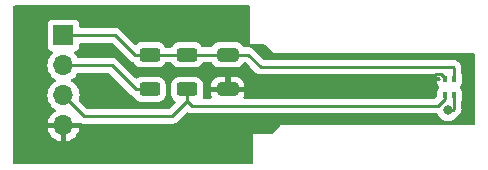
<source format=gbr>
%TF.GenerationSoftware,KiCad,Pcbnew,7.0.6-7.0.6~ubuntu22.04.1*%
%TF.CreationDate,2023-08-14T10:47:39+02:00*%
%TF.ProjectId,SHT45,53485434-352e-46b6-9963-61645f706362,rev?*%
%TF.SameCoordinates,Original*%
%TF.FileFunction,Copper,L1,Top*%
%TF.FilePolarity,Positive*%
%FSLAX46Y46*%
G04 Gerber Fmt 4.6, Leading zero omitted, Abs format (unit mm)*
G04 Created by KiCad (PCBNEW 7.0.6-7.0.6~ubuntu22.04.1) date 2023-08-14 10:47:39*
%MOMM*%
%LPD*%
G01*
G04 APERTURE LIST*
G04 Aperture macros list*
%AMRoundRect*
0 Rectangle with rounded corners*
0 $1 Rounding radius*
0 $2 $3 $4 $5 $6 $7 $8 $9 X,Y pos of 4 corners*
0 Add a 4 corners polygon primitive as box body*
4,1,4,$2,$3,$4,$5,$6,$7,$8,$9,$2,$3,0*
0 Add four circle primitives for the rounded corners*
1,1,$1+$1,$2,$3*
1,1,$1+$1,$4,$5*
1,1,$1+$1,$6,$7*
1,1,$1+$1,$8,$9*
0 Add four rect primitives between the rounded corners*
20,1,$1+$1,$2,$3,$4,$5,0*
20,1,$1+$1,$4,$5,$6,$7,0*
20,1,$1+$1,$6,$7,$8,$9,0*
20,1,$1+$1,$8,$9,$2,$3,0*%
G04 Aperture macros list end*
%TA.AperFunction,SMDPad,CuDef*%
%ADD10RoundRect,0.250000X-0.650000X0.325000X-0.650000X-0.325000X0.650000X-0.325000X0.650000X0.325000X0*%
%TD*%
%TA.AperFunction,SMDPad,CuDef*%
%ADD11RoundRect,0.250000X-0.625000X0.312500X-0.625000X-0.312500X0.625000X-0.312500X0.625000X0.312500X0*%
%TD*%
%TA.AperFunction,ComponentPad*%
%ADD12R,1.700000X1.700000*%
%TD*%
%TA.AperFunction,ComponentPad*%
%ADD13O,1.700000X1.700000*%
%TD*%
%TA.AperFunction,SMDPad,CuDef*%
%ADD14R,0.300000X0.500000*%
%TD*%
%TA.AperFunction,ViaPad*%
%ADD15C,0.800000*%
%TD*%
%TA.AperFunction,Conductor*%
%ADD16C,0.250000*%
%TD*%
G04 APERTURE END LIST*
D10*
%TO.P,100nF,1*%
%TO.N,+3.3V*%
X141605000Y-79854000D03*
%TO.P,100nF,2*%
%TO.N,GND*%
X141605000Y-82804000D03*
%TD*%
D11*
%TO.P,10k,1*%
%TO.N,+3.3V*%
X135001000Y-79879000D03*
%TO.P,10k,2*%
%TO.N,/SCL*%
X135001000Y-82804000D03*
%TD*%
D12*
%TO.P,J1,1,Pin_1*%
%TO.N,+3.3V*%
X127711000Y-78232000D03*
D13*
%TO.P,J1,2,Pin_2*%
%TO.N,/SCL*%
X127711000Y-80772000D03*
%TO.P,J1,3,Pin_3*%
%TO.N,/SDA*%
X127711000Y-83312000D03*
%TO.P,J1,4,Pin_4*%
%TO.N,GND*%
X127711000Y-85852000D03*
%TD*%
D11*
%TO.P,10k,1*%
%TO.N,+3.3V*%
X138176000Y-79879000D03*
%TO.P,10k,2*%
%TO.N,/SDA*%
X138176000Y-82804000D03*
%TD*%
D14*
%TO.P,SHT45,1,SDA*%
%TO.N,/SDA*%
X159982000Y-83312000D03*
%TO.P,SHT45,2,SCL*%
%TO.N,/SCL*%
X160782000Y-83312000D03*
%TO.P,SHT45,3,VDD*%
%TO.N,+3.3V*%
X160782000Y-81912000D03*
%TO.P,SHT45,4,VSS*%
%TO.N,GND*%
X159982000Y-81912000D03*
%TD*%
D15*
%TO.N,GND*%
X151130000Y-82550000D03*
X130048000Y-83566000D03*
%TO.N,/SCL*%
X160274000Y-84582000D03*
%TD*%
D16*
%TO.N,+3.3V*%
X138201000Y-79854000D02*
X138176000Y-79879000D01*
X160655000Y-80899000D02*
X144399000Y-80899000D01*
X143354000Y-79854000D02*
X141605000Y-79854000D01*
X160782000Y-81026000D02*
X160655000Y-80899000D01*
X141605000Y-79854000D02*
X138201000Y-79854000D01*
X132080000Y-78232000D02*
X127711000Y-78232000D01*
X133727000Y-79879000D02*
X132080000Y-78232000D01*
X138176000Y-79879000D02*
X135001000Y-79879000D01*
X144399000Y-80899000D02*
X143354000Y-79854000D01*
X160782000Y-81912000D02*
X160782000Y-81026000D01*
X135001000Y-79879000D02*
X133727000Y-79879000D01*
%TO.N,GND*%
X159982000Y-81912000D02*
X159982000Y-81835222D01*
X159680778Y-81534000D02*
X159258000Y-81534000D01*
X159982000Y-81812000D02*
X159982000Y-81912000D01*
X159982000Y-81835222D02*
X159680778Y-81534000D01*
X159258000Y-81534000D02*
X158877000Y-81915000D01*
%TO.N,/SCL*%
X135001000Y-82804000D02*
X133858000Y-82804000D01*
X133858000Y-82804000D02*
X131826000Y-80772000D01*
X131826000Y-80772000D02*
X127711000Y-80772000D01*
X160782000Y-84455000D02*
X160655000Y-84582000D01*
X160655000Y-84582000D02*
X160274000Y-84582000D01*
X160782000Y-83947000D02*
X160782000Y-84455000D01*
X160782000Y-83312000D02*
X160782000Y-83947000D01*
%TO.N,/SDA*%
X159982000Y-83604000D02*
X159385000Y-84201000D01*
X138176000Y-83820000D02*
X136906000Y-85090000D01*
X129489000Y-85090000D02*
X127711000Y-83312000D01*
X138176000Y-83820000D02*
X138176000Y-82804000D01*
X138557000Y-84201000D02*
X138176000Y-83820000D01*
X136906000Y-85090000D02*
X129489000Y-85090000D01*
X159385000Y-84201000D02*
X138557000Y-84201000D01*
X138303000Y-82931000D02*
X138176000Y-82804000D01*
X159982000Y-83312000D02*
X159982000Y-83604000D01*
%TD*%
%TA.AperFunction,Conductor*%
%TO.N,GND*%
G36*
X131836587Y-78877185D02*
G01*
X131857229Y-78893819D01*
X133226194Y-80262784D01*
X133236019Y-80275048D01*
X133236240Y-80274866D01*
X133241210Y-80280873D01*
X133241213Y-80280876D01*
X133241214Y-80280877D01*
X133291651Y-80328241D01*
X133312530Y-80349120D01*
X133318004Y-80353366D01*
X133322442Y-80357156D01*
X133356418Y-80389062D01*
X133356422Y-80389064D01*
X133373973Y-80398713D01*
X133390231Y-80409392D01*
X133406064Y-80421674D01*
X133422717Y-80428880D01*
X133448837Y-80440183D01*
X133454081Y-80442752D01*
X133494908Y-80465197D01*
X133514312Y-80470179D01*
X133532710Y-80476478D01*
X133551105Y-80484438D01*
X133597129Y-80491726D01*
X133602832Y-80492907D01*
X133646232Y-80504051D01*
X133706269Y-80539790D01*
X133720930Y-80559057D01*
X133783288Y-80660156D01*
X133907344Y-80784212D01*
X134056666Y-80876314D01*
X134223203Y-80931499D01*
X134325991Y-80942000D01*
X135676008Y-80941999D01*
X135778797Y-80931499D01*
X135945334Y-80876314D01*
X136094656Y-80784212D01*
X136218712Y-80660156D01*
X136278389Y-80563402D01*
X136330337Y-80516679D01*
X136383928Y-80504500D01*
X136793072Y-80504500D01*
X136860111Y-80524185D01*
X136898609Y-80563401D01*
X136958288Y-80660156D01*
X137082344Y-80784212D01*
X137231666Y-80876314D01*
X137398203Y-80931499D01*
X137500991Y-80942000D01*
X138851008Y-80941999D01*
X138953797Y-80931499D01*
X139120334Y-80876314D01*
X139269656Y-80784212D01*
X139393712Y-80660156D01*
X139468809Y-80538402D01*
X139520757Y-80491679D01*
X139574348Y-80479500D01*
X140189362Y-80479500D01*
X140256401Y-80499185D01*
X140294899Y-80538401D01*
X140362288Y-80647656D01*
X140486344Y-80771712D01*
X140635666Y-80863814D01*
X140802203Y-80918999D01*
X140904991Y-80929500D01*
X142305008Y-80929499D01*
X142407797Y-80918999D01*
X142574334Y-80863814D01*
X142723656Y-80771712D01*
X142847712Y-80647656D01*
X142915099Y-80538402D01*
X142967047Y-80491679D01*
X143020638Y-80479500D01*
X143043548Y-80479500D01*
X143110587Y-80499185D01*
X143131228Y-80515818D01*
X143523553Y-80908144D01*
X143898197Y-81282788D01*
X143908022Y-81295051D01*
X143908243Y-81294869D01*
X143913214Y-81300878D01*
X143939217Y-81325295D01*
X143963635Y-81348226D01*
X143984529Y-81369120D01*
X143990011Y-81373373D01*
X143994443Y-81377157D01*
X144028418Y-81409062D01*
X144045976Y-81418714D01*
X144062235Y-81429395D01*
X144078064Y-81441673D01*
X144120838Y-81460182D01*
X144126056Y-81462738D01*
X144166908Y-81485197D01*
X144186316Y-81490180D01*
X144204717Y-81496480D01*
X144223104Y-81504437D01*
X144266488Y-81511308D01*
X144269119Y-81511725D01*
X144274839Y-81512909D01*
X144319981Y-81524500D01*
X144340016Y-81524500D01*
X144359414Y-81526026D01*
X144379194Y-81529159D01*
X144379195Y-81529160D01*
X144379195Y-81529159D01*
X144379196Y-81529160D01*
X144425583Y-81524775D01*
X144431422Y-81524500D01*
X159208000Y-81524500D01*
X159275039Y-81544185D01*
X159320794Y-81596989D01*
X159332000Y-81648500D01*
X159332000Y-81762000D01*
X159508000Y-81762000D01*
X159575039Y-81781685D01*
X159620794Y-81834489D01*
X159632000Y-81886000D01*
X159632000Y-81938000D01*
X159612315Y-82005039D01*
X159559511Y-82050794D01*
X159508000Y-82062000D01*
X159332000Y-82062000D01*
X159332000Y-82209844D01*
X159338401Y-82269372D01*
X159338403Y-82269379D01*
X159388645Y-82404086D01*
X159388649Y-82404093D01*
X159474809Y-82519187D01*
X159479584Y-82523962D01*
X159513069Y-82585285D01*
X159508085Y-82654977D01*
X159479584Y-82699324D01*
X159474452Y-82704455D01*
X159388206Y-82819664D01*
X159388202Y-82819671D01*
X159337908Y-82954517D01*
X159331501Y-83014116D01*
X159331501Y-83014123D01*
X159331500Y-83014135D01*
X159331500Y-83318546D01*
X159311815Y-83385585D01*
X159295185Y-83406222D01*
X159162226Y-83539182D01*
X159100906Y-83572666D01*
X159074547Y-83575500D01*
X143068869Y-83575500D01*
X143001830Y-83555815D01*
X142956075Y-83503011D01*
X142946131Y-83433853D01*
X142951163Y-83412496D01*
X142994505Y-83281697D01*
X142994506Y-83281690D01*
X143004999Y-83178986D01*
X143005000Y-83178973D01*
X143005000Y-83054000D01*
X140205001Y-83054000D01*
X140205001Y-83178986D01*
X140215494Y-83281697D01*
X140258837Y-83412496D01*
X140261239Y-83482324D01*
X140225507Y-83542366D01*
X140162987Y-83573559D01*
X140141131Y-83575500D01*
X139611253Y-83575500D01*
X139544214Y-83555815D01*
X139498459Y-83503011D01*
X139488515Y-83433853D01*
X139493547Y-83412496D01*
X139494542Y-83409494D01*
X139540999Y-83269297D01*
X139551500Y-83166509D01*
X139551499Y-82554000D01*
X140205000Y-82554000D01*
X141355000Y-82554000D01*
X141355000Y-81729000D01*
X141855000Y-81729000D01*
X141855000Y-82554000D01*
X143004999Y-82554000D01*
X143004999Y-82429028D01*
X143004998Y-82429013D01*
X142994505Y-82326302D01*
X142939358Y-82159880D01*
X142939356Y-82159875D01*
X142847315Y-82010654D01*
X142723345Y-81886684D01*
X142574124Y-81794643D01*
X142574119Y-81794641D01*
X142407697Y-81739494D01*
X142407690Y-81739493D01*
X142304986Y-81729000D01*
X141855000Y-81729000D01*
X141355000Y-81729000D01*
X140905028Y-81729000D01*
X140905012Y-81729001D01*
X140802302Y-81739494D01*
X140635880Y-81794641D01*
X140635875Y-81794643D01*
X140486654Y-81886684D01*
X140362684Y-82010654D01*
X140270643Y-82159875D01*
X140270641Y-82159880D01*
X140215494Y-82326302D01*
X140215493Y-82326309D01*
X140205000Y-82429013D01*
X140205000Y-82554000D01*
X139551499Y-82554000D01*
X139551499Y-82441492D01*
X139547703Y-82404335D01*
X139540999Y-82338703D01*
X139540998Y-82338700D01*
X139519393Y-82273501D01*
X139485814Y-82172166D01*
X139393712Y-82022844D01*
X139269656Y-81898788D01*
X139165410Y-81834489D01*
X139120336Y-81806687D01*
X139120331Y-81806685D01*
X139118862Y-81806198D01*
X138953797Y-81751501D01*
X138953795Y-81751500D01*
X138851010Y-81741000D01*
X137500998Y-81741000D01*
X137500981Y-81741001D01*
X137398203Y-81751500D01*
X137398200Y-81751501D01*
X137231668Y-81806685D01*
X137231663Y-81806687D01*
X137082342Y-81898789D01*
X136958289Y-82022842D01*
X136866187Y-82172163D01*
X136866185Y-82172166D01*
X136866186Y-82172166D01*
X136811001Y-82338703D01*
X136811001Y-82338704D01*
X136811000Y-82338704D01*
X136800500Y-82441483D01*
X136800500Y-83166501D01*
X136800501Y-83166519D01*
X136811000Y-83269296D01*
X136811001Y-83269299D01*
X136862537Y-83424823D01*
X136866186Y-83435834D01*
X136952332Y-83575500D01*
X136958289Y-83585157D01*
X137082344Y-83709212D01*
X137146697Y-83748905D01*
X137193422Y-83800853D01*
X137204645Y-83869815D01*
X137176801Y-83933898D01*
X137169282Y-83942125D01*
X136683228Y-84428181D01*
X136621905Y-84461666D01*
X136595547Y-84464500D01*
X129799452Y-84464500D01*
X129732413Y-84444815D01*
X129711771Y-84428181D01*
X129051237Y-83767647D01*
X129017752Y-83706324D01*
X129019143Y-83647872D01*
X129029325Y-83609873D01*
X129046063Y-83547408D01*
X129066659Y-83312000D01*
X129046063Y-83076592D01*
X128984903Y-82848337D01*
X128885035Y-82634171D01*
X128862800Y-82602415D01*
X128749494Y-82440597D01*
X128582402Y-82273506D01*
X128582396Y-82273501D01*
X128396842Y-82143575D01*
X128353217Y-82088998D01*
X128346023Y-82019500D01*
X128377546Y-81957145D01*
X128396842Y-81940425D01*
X128456304Y-81898789D01*
X128582401Y-81810495D01*
X128749495Y-81643401D01*
X128884651Y-81450377D01*
X128939229Y-81406752D01*
X128986227Y-81397500D01*
X131515548Y-81397500D01*
X131582587Y-81417185D01*
X131603229Y-81433819D01*
X133357197Y-83187788D01*
X133367022Y-83200051D01*
X133367243Y-83199869D01*
X133372214Y-83205878D01*
X133398217Y-83230295D01*
X133422635Y-83253226D01*
X133443529Y-83274120D01*
X133449011Y-83278373D01*
X133453443Y-83282157D01*
X133487418Y-83314062D01*
X133504976Y-83323714D01*
X133521233Y-83334393D01*
X133537064Y-83346673D01*
X133556737Y-83355186D01*
X133579833Y-83365182D01*
X133585077Y-83367750D01*
X133625908Y-83390197D01*
X133625915Y-83390198D01*
X133633163Y-83393069D01*
X133632229Y-83395426D01*
X133681616Y-83424823D01*
X133696280Y-83444093D01*
X133783288Y-83585156D01*
X133907344Y-83709212D01*
X134056666Y-83801314D01*
X134223203Y-83856499D01*
X134325991Y-83867000D01*
X135676008Y-83866999D01*
X135778797Y-83856499D01*
X135945334Y-83801314D01*
X136094656Y-83709212D01*
X136218712Y-83585156D01*
X136310814Y-83435834D01*
X136365999Y-83269297D01*
X136376500Y-83166509D01*
X136376499Y-82441492D01*
X136372703Y-82404335D01*
X136365999Y-82338703D01*
X136365998Y-82338700D01*
X136344393Y-82273501D01*
X136310814Y-82172166D01*
X136218712Y-82022844D01*
X136094656Y-81898788D01*
X135990410Y-81834489D01*
X135945336Y-81806687D01*
X135945331Y-81806685D01*
X135943862Y-81806198D01*
X135778797Y-81751501D01*
X135778795Y-81751500D01*
X135676010Y-81741000D01*
X134325998Y-81741000D01*
X134325981Y-81741001D01*
X134223203Y-81751500D01*
X134223200Y-81751501D01*
X134056668Y-81806685D01*
X134056659Y-81806689D01*
X133947518Y-81874008D01*
X133880126Y-81892448D01*
X133813462Y-81871525D01*
X133794741Y-81856150D01*
X132326803Y-80388212D01*
X132316980Y-80375950D01*
X132316759Y-80376134D01*
X132311786Y-80370123D01*
X132295851Y-80355159D01*
X132261364Y-80322773D01*
X132246413Y-80307822D01*
X132240475Y-80301883D01*
X132234986Y-80297625D01*
X132230561Y-80293847D01*
X132196582Y-80261938D01*
X132196580Y-80261936D01*
X132196577Y-80261935D01*
X132179029Y-80252288D01*
X132162763Y-80241604D01*
X132146933Y-80229325D01*
X132104168Y-80210818D01*
X132098922Y-80208248D01*
X132058093Y-80185803D01*
X132058092Y-80185802D01*
X132038693Y-80180822D01*
X132020281Y-80174518D01*
X132001898Y-80166562D01*
X132001892Y-80166560D01*
X131955874Y-80159272D01*
X131950152Y-80158087D01*
X131905021Y-80146500D01*
X131905019Y-80146500D01*
X131884984Y-80146500D01*
X131865586Y-80144973D01*
X131858162Y-80143797D01*
X131845805Y-80141840D01*
X131845804Y-80141840D01*
X131799416Y-80146225D01*
X131793578Y-80146500D01*
X128986227Y-80146500D01*
X128919188Y-80126815D01*
X128884652Y-80093623D01*
X128749496Y-79900600D01*
X128729396Y-79880500D01*
X128627567Y-79778671D01*
X128594084Y-79717351D01*
X128599068Y-79647659D01*
X128640939Y-79591725D01*
X128671915Y-79574810D01*
X128803331Y-79525796D01*
X128918546Y-79439546D01*
X129004796Y-79324331D01*
X129055091Y-79189483D01*
X129061500Y-79129873D01*
X129061500Y-78981499D01*
X129081185Y-78914461D01*
X129133989Y-78868706D01*
X129185500Y-78857500D01*
X131769548Y-78857500D01*
X131836587Y-78877185D01*
G37*
%TD.AperFunction*%
%TA.AperFunction,Conductor*%
G36*
X143452539Y-75712185D02*
G01*
X143498294Y-75764989D01*
X143509500Y-75816500D01*
X143509500Y-78969467D01*
X143509416Y-78969889D01*
X143509459Y-78994001D01*
X143509500Y-78994099D01*
X143509616Y-78994382D01*
X143509775Y-78994540D01*
X143509997Y-78994539D01*
X143510000Y-78994541D01*
X143510002Y-78994539D01*
X143534619Y-78994524D01*
X143534619Y-78994528D01*
X143534760Y-78994500D01*
X144728430Y-78994500D01*
X144795469Y-79014185D01*
X144816111Y-79030819D01*
X145524197Y-79738904D01*
X145524488Y-79739339D01*
X145541616Y-79756381D01*
X145541617Y-79756383D01*
X145541717Y-79756424D01*
X145542000Y-79756542D01*
X145566585Y-79756553D01*
X145566856Y-79756500D01*
X162435500Y-79756500D01*
X162502539Y-79776185D01*
X162548294Y-79828989D01*
X162559500Y-79880500D01*
X162559500Y-85727500D01*
X162539815Y-85794539D01*
X162487011Y-85840294D01*
X162435500Y-85851500D01*
X146074856Y-85851500D01*
X146074703Y-85851469D01*
X146074703Y-85851478D01*
X146050000Y-85851457D01*
X146049756Y-85851559D01*
X146049616Y-85851617D01*
X146032558Y-85868635D01*
X146032357Y-85868934D01*
X145324111Y-86577181D01*
X145262788Y-86610666D01*
X145236430Y-86613500D01*
X143788760Y-86613500D01*
X143788554Y-86613459D01*
X143764000Y-86613459D01*
X143763901Y-86613500D01*
X143763617Y-86613616D01*
X143763615Y-86613618D01*
X143763459Y-86613999D01*
X143763476Y-86638616D01*
X143763471Y-86638616D01*
X143763500Y-86638759D01*
X143763500Y-89029500D01*
X143743815Y-89096539D01*
X143691011Y-89142294D01*
X143639500Y-89153500D01*
X123568500Y-89153500D01*
X123501461Y-89133815D01*
X123455706Y-89081011D01*
X123444500Y-89029500D01*
X123444500Y-83312000D01*
X126355341Y-83312000D01*
X126375936Y-83547403D01*
X126375938Y-83547413D01*
X126437094Y-83775655D01*
X126437096Y-83775659D01*
X126437097Y-83775663D01*
X126514720Y-83942125D01*
X126536965Y-83989830D01*
X126536967Y-83989834D01*
X126645281Y-84144521D01*
X126672505Y-84183401D01*
X126839599Y-84350495D01*
X127017130Y-84474804D01*
X127025594Y-84480730D01*
X127069219Y-84535307D01*
X127076413Y-84604805D01*
X127044890Y-84667160D01*
X127025595Y-84683880D01*
X126839922Y-84813890D01*
X126839920Y-84813891D01*
X126672891Y-84980920D01*
X126672886Y-84980926D01*
X126537400Y-85174420D01*
X126537399Y-85174422D01*
X126437570Y-85388507D01*
X126437567Y-85388513D01*
X126380364Y-85601999D01*
X126380364Y-85602000D01*
X127277314Y-85602000D01*
X127251507Y-85642156D01*
X127211000Y-85780111D01*
X127211000Y-85923889D01*
X127251507Y-86061844D01*
X127277314Y-86102000D01*
X126380364Y-86102000D01*
X126437567Y-86315486D01*
X126437570Y-86315492D01*
X126537399Y-86529578D01*
X126672894Y-86723082D01*
X126839917Y-86890105D01*
X127033421Y-87025600D01*
X127247507Y-87125429D01*
X127247516Y-87125433D01*
X127461000Y-87182634D01*
X127461000Y-86287501D01*
X127568685Y-86336680D01*
X127675237Y-86352000D01*
X127746763Y-86352000D01*
X127853315Y-86336680D01*
X127961000Y-86287501D01*
X127961000Y-87182633D01*
X128174483Y-87125433D01*
X128174492Y-87125429D01*
X128388578Y-87025600D01*
X128582082Y-86890105D01*
X128749105Y-86723082D01*
X128884600Y-86529578D01*
X128984429Y-86315492D01*
X128984432Y-86315486D01*
X129041636Y-86102000D01*
X128144686Y-86102000D01*
X128170493Y-86061844D01*
X128211000Y-85923889D01*
X128211000Y-85780111D01*
X128170493Y-85642156D01*
X128144686Y-85602000D01*
X129086065Y-85602000D01*
X129153104Y-85621685D01*
X129162052Y-85628011D01*
X129168064Y-85632674D01*
X129189977Y-85642156D01*
X129210837Y-85651183D01*
X129216081Y-85653752D01*
X129256908Y-85676197D01*
X129276312Y-85681179D01*
X129294710Y-85687478D01*
X129313105Y-85695438D01*
X129359129Y-85702726D01*
X129364832Y-85703907D01*
X129409981Y-85715500D01*
X129430016Y-85715500D01*
X129449413Y-85717026D01*
X129469196Y-85720160D01*
X129515583Y-85715775D01*
X129521422Y-85715500D01*
X136823257Y-85715500D01*
X136838877Y-85717224D01*
X136838904Y-85716939D01*
X136846660Y-85717671D01*
X136846667Y-85717673D01*
X136915814Y-85715500D01*
X136945350Y-85715500D01*
X136952228Y-85714630D01*
X136958041Y-85714172D01*
X137004627Y-85712709D01*
X137023869Y-85707117D01*
X137042912Y-85703174D01*
X137062792Y-85700664D01*
X137106122Y-85683507D01*
X137111646Y-85681617D01*
X137115396Y-85680527D01*
X137156390Y-85668618D01*
X137173629Y-85658422D01*
X137191103Y-85649862D01*
X137209727Y-85642488D01*
X137209727Y-85642487D01*
X137209732Y-85642486D01*
X137247449Y-85615082D01*
X137252305Y-85611892D01*
X137292420Y-85588170D01*
X137306589Y-85573999D01*
X137321379Y-85561368D01*
X137337587Y-85549594D01*
X137367299Y-85513676D01*
X137371212Y-85509376D01*
X138107276Y-84773312D01*
X138168597Y-84739829D01*
X138238289Y-84744813D01*
X138244192Y-84747190D01*
X138278846Y-84762186D01*
X138284064Y-84764742D01*
X138309423Y-84778684D01*
X138324902Y-84787194D01*
X138324904Y-84787195D01*
X138324908Y-84787197D01*
X138344316Y-84792180D01*
X138362717Y-84798480D01*
X138381104Y-84806437D01*
X138424488Y-84813308D01*
X138427119Y-84813725D01*
X138432839Y-84814909D01*
X138477981Y-84826500D01*
X138498016Y-84826500D01*
X138517414Y-84828026D01*
X138537194Y-84831159D01*
X138537195Y-84831160D01*
X138537195Y-84831159D01*
X138537196Y-84831160D01*
X138583583Y-84826775D01*
X138589422Y-84826500D01*
X159302257Y-84826500D01*
X159317877Y-84828224D01*
X159317904Y-84827939D01*
X159328807Y-84828970D01*
X159331109Y-84829889D01*
X159333278Y-84830374D01*
X159333199Y-84830723D01*
X159393695Y-84854878D01*
X159434276Y-84911755D01*
X159435064Y-84914101D01*
X159446818Y-84950277D01*
X159446821Y-84950284D01*
X159541467Y-85114216D01*
X159595677Y-85174422D01*
X159668129Y-85254888D01*
X159821265Y-85366148D01*
X159821270Y-85366151D01*
X159994192Y-85443142D01*
X159994197Y-85443144D01*
X160179354Y-85482500D01*
X160179355Y-85482500D01*
X160368644Y-85482500D01*
X160368646Y-85482500D01*
X160553803Y-85443144D01*
X160726730Y-85366151D01*
X160879871Y-85254888D01*
X161006533Y-85114216D01*
X161006538Y-85114205D01*
X161008520Y-85111480D01*
X161036256Y-85086245D01*
X161035254Y-85084953D01*
X161041417Y-85080172D01*
X161041417Y-85080171D01*
X161041420Y-85080170D01*
X161055586Y-85066003D01*
X161070381Y-85053368D01*
X161086584Y-85041596D01*
X161086583Y-85041596D01*
X161086587Y-85041594D01*
X161116299Y-85005677D01*
X161120210Y-85001379D01*
X161165789Y-84955800D01*
X161178050Y-84945979D01*
X161177867Y-84945758D01*
X161183876Y-84940787D01*
X161231227Y-84890363D01*
X161252115Y-84869476D01*
X161252115Y-84869475D01*
X161252120Y-84869471D01*
X161256379Y-84863978D01*
X161260152Y-84859561D01*
X161292062Y-84825582D01*
X161301713Y-84808024D01*
X161312396Y-84791761D01*
X161324673Y-84775936D01*
X161343185Y-84733153D01*
X161345738Y-84727941D01*
X161368197Y-84687092D01*
X161373180Y-84667680D01*
X161379481Y-84649280D01*
X161387437Y-84630896D01*
X161394729Y-84584852D01*
X161395906Y-84579171D01*
X161407500Y-84534019D01*
X161407500Y-84513982D01*
X161409027Y-84494582D01*
X161412160Y-84474804D01*
X161407775Y-84428415D01*
X161407500Y-84422577D01*
X161407500Y-83741700D01*
X161415318Y-83698366D01*
X161426090Y-83669485D01*
X161426089Y-83669485D01*
X161426091Y-83669483D01*
X161432500Y-83609873D01*
X161432499Y-83014128D01*
X161426091Y-82954517D01*
X161386488Y-82848337D01*
X161375797Y-82819671D01*
X161375793Y-82819664D01*
X161289547Y-82704455D01*
X161284773Y-82699681D01*
X161251288Y-82638358D01*
X161256272Y-82568666D01*
X161284773Y-82524319D01*
X161289542Y-82519548D01*
X161289546Y-82519546D01*
X161375796Y-82404331D01*
X161426091Y-82269483D01*
X161432500Y-82209873D01*
X161432499Y-81614128D01*
X161426091Y-81554517D01*
X161415317Y-81525632D01*
X161407500Y-81482300D01*
X161407500Y-81108738D01*
X161409224Y-81093124D01*
X161408938Y-81093097D01*
X161409672Y-81085334D01*
X161407500Y-81016203D01*
X161407500Y-80986651D01*
X161407500Y-80986650D01*
X161406629Y-80979759D01*
X161406172Y-80973945D01*
X161405168Y-80941999D01*
X161404709Y-80927373D01*
X161399122Y-80908144D01*
X161395174Y-80889084D01*
X161393561Y-80876312D01*
X161392664Y-80869208D01*
X161375507Y-80825875D01*
X161373619Y-80820359D01*
X161360619Y-80775612D01*
X161350418Y-80758363D01*
X161341860Y-80740894D01*
X161334486Y-80722268D01*
X161334483Y-80722264D01*
X161334483Y-80722263D01*
X161307098Y-80684571D01*
X161303890Y-80679687D01*
X161280172Y-80639582D01*
X161280163Y-80639571D01*
X161266005Y-80625413D01*
X161253370Y-80610620D01*
X161241593Y-80594412D01*
X161205693Y-80564713D01*
X161201381Y-80560790D01*
X161155803Y-80515212D01*
X161145980Y-80502950D01*
X161145759Y-80503134D01*
X161140786Y-80497123D01*
X161136301Y-80492911D01*
X161090364Y-80449773D01*
X161079919Y-80439328D01*
X161069475Y-80428883D01*
X161063986Y-80424625D01*
X161059561Y-80420847D01*
X161025582Y-80388938D01*
X161025580Y-80388936D01*
X161025577Y-80388935D01*
X161008029Y-80379288D01*
X160991763Y-80368604D01*
X160975936Y-80356327D01*
X160975935Y-80356326D01*
X160975933Y-80356325D01*
X160933168Y-80337818D01*
X160927922Y-80335248D01*
X160887093Y-80312803D01*
X160887092Y-80312802D01*
X160867693Y-80307822D01*
X160849281Y-80301518D01*
X160830898Y-80293562D01*
X160830892Y-80293560D01*
X160784874Y-80286272D01*
X160779152Y-80285087D01*
X160734021Y-80273500D01*
X160734019Y-80273500D01*
X160713984Y-80273500D01*
X160694586Y-80271973D01*
X160687162Y-80270797D01*
X160674805Y-80268840D01*
X160674804Y-80268840D01*
X160628416Y-80273225D01*
X160622578Y-80273500D01*
X144709453Y-80273500D01*
X144642414Y-80253815D01*
X144621772Y-80237181D01*
X143854803Y-79470212D01*
X143844980Y-79457950D01*
X143844759Y-79458134D01*
X143839786Y-79452123D01*
X143826391Y-79439544D01*
X143789364Y-79404773D01*
X143778919Y-79394328D01*
X143768475Y-79383883D01*
X143762986Y-79379625D01*
X143758561Y-79375847D01*
X143724582Y-79343938D01*
X143724580Y-79343936D01*
X143724577Y-79343935D01*
X143707029Y-79334288D01*
X143690763Y-79323604D01*
X143674933Y-79311325D01*
X143632168Y-79292818D01*
X143626922Y-79290248D01*
X143586093Y-79267803D01*
X143586092Y-79267802D01*
X143566693Y-79262822D01*
X143548281Y-79256518D01*
X143529898Y-79248562D01*
X143529893Y-79248560D01*
X143493252Y-79242757D01*
X143483862Y-79241270D01*
X143478142Y-79240085D01*
X143472540Y-79238646D01*
X143454155Y-79227699D01*
X143442978Y-79229733D01*
X143440519Y-79229447D01*
X143433020Y-79228500D01*
X143433019Y-79228500D01*
X143412984Y-79228500D01*
X143393586Y-79226973D01*
X143386162Y-79225797D01*
X143373805Y-79223840D01*
X143373804Y-79223840D01*
X143327416Y-79228225D01*
X143321578Y-79228500D01*
X143020638Y-79228500D01*
X142953599Y-79208815D01*
X142915099Y-79169597D01*
X142847712Y-79060344D01*
X142723656Y-78936288D01*
X142627834Y-78877185D01*
X142574336Y-78844187D01*
X142574331Y-78844185D01*
X142520961Y-78826500D01*
X142407797Y-78789001D01*
X142407795Y-78789000D01*
X142305010Y-78778500D01*
X140904998Y-78778500D01*
X140904981Y-78778501D01*
X140802203Y-78789000D01*
X140802200Y-78789001D01*
X140635668Y-78844185D01*
X140635663Y-78844187D01*
X140486342Y-78936289D01*
X140362289Y-79060342D01*
X140362287Y-79060344D01*
X140362288Y-79060344D01*
X140319403Y-79129873D01*
X140294901Y-79169597D01*
X140242953Y-79216321D01*
X140189362Y-79228500D01*
X139543508Y-79228500D01*
X139476469Y-79208815D01*
X139437969Y-79169597D01*
X139393712Y-79097844D01*
X139269656Y-78973788D01*
X139120334Y-78881686D01*
X138953797Y-78826501D01*
X138953795Y-78826500D01*
X138851010Y-78816000D01*
X137500998Y-78816000D01*
X137500981Y-78816001D01*
X137398203Y-78826500D01*
X137398200Y-78826501D01*
X137231668Y-78881685D01*
X137231663Y-78881687D01*
X137082342Y-78973789D01*
X136958289Y-79097842D01*
X136898611Y-79194597D01*
X136846663Y-79241321D01*
X136793072Y-79253500D01*
X136383928Y-79253500D01*
X136316889Y-79233815D01*
X136278389Y-79194597D01*
X136262969Y-79169597D01*
X136218712Y-79097844D01*
X136094656Y-78973788D01*
X135945334Y-78881686D01*
X135778797Y-78826501D01*
X135778795Y-78826500D01*
X135676010Y-78816000D01*
X134325998Y-78816000D01*
X134325981Y-78816001D01*
X134223203Y-78826500D01*
X134223200Y-78826501D01*
X134056668Y-78881685D01*
X134056663Y-78881687D01*
X133918028Y-78967197D01*
X133914350Y-78969467D01*
X133907336Y-78973793D01*
X133894536Y-78986593D01*
X133833211Y-79020075D01*
X133763520Y-79015086D01*
X133719179Y-78986588D01*
X132580803Y-77848212D01*
X132570980Y-77835950D01*
X132570759Y-77836134D01*
X132565786Y-77830123D01*
X132565785Y-77830122D01*
X132515364Y-77782773D01*
X132504919Y-77772328D01*
X132494475Y-77761883D01*
X132488986Y-77757625D01*
X132484561Y-77753847D01*
X132450582Y-77721938D01*
X132450580Y-77721936D01*
X132450577Y-77721935D01*
X132433029Y-77712288D01*
X132416763Y-77701604D01*
X132400933Y-77689325D01*
X132358168Y-77670818D01*
X132352922Y-77668248D01*
X132312093Y-77645803D01*
X132312092Y-77645802D01*
X132292693Y-77640822D01*
X132274281Y-77634518D01*
X132255898Y-77626562D01*
X132255892Y-77626560D01*
X132209874Y-77619272D01*
X132204152Y-77618087D01*
X132159021Y-77606500D01*
X132159019Y-77606500D01*
X132138984Y-77606500D01*
X132119586Y-77604973D01*
X132112162Y-77603797D01*
X132099805Y-77601840D01*
X132099804Y-77601840D01*
X132053416Y-77606225D01*
X132047578Y-77606500D01*
X129185499Y-77606500D01*
X129118460Y-77586815D01*
X129072705Y-77534011D01*
X129061499Y-77482500D01*
X129061499Y-77334129D01*
X129061498Y-77334123D01*
X129061497Y-77334116D01*
X129055091Y-77274517D01*
X129004796Y-77139669D01*
X129004795Y-77139668D01*
X129004793Y-77139664D01*
X128918547Y-77024455D01*
X128918544Y-77024452D01*
X128803335Y-76938206D01*
X128803328Y-76938202D01*
X128668482Y-76887908D01*
X128668483Y-76887908D01*
X128608883Y-76881501D01*
X128608881Y-76881500D01*
X128608873Y-76881500D01*
X128608864Y-76881500D01*
X126813129Y-76881500D01*
X126813123Y-76881501D01*
X126753516Y-76887908D01*
X126618671Y-76938202D01*
X126618664Y-76938206D01*
X126503455Y-77024452D01*
X126503452Y-77024455D01*
X126417206Y-77139664D01*
X126417202Y-77139671D01*
X126366908Y-77274517D01*
X126360501Y-77334116D01*
X126360501Y-77334123D01*
X126360500Y-77334135D01*
X126360500Y-79129870D01*
X126360501Y-79129876D01*
X126366908Y-79189483D01*
X126417202Y-79324328D01*
X126417206Y-79324335D01*
X126503452Y-79439544D01*
X126503455Y-79439547D01*
X126618664Y-79525793D01*
X126618671Y-79525797D01*
X126750081Y-79574810D01*
X126806015Y-79616681D01*
X126830432Y-79682145D01*
X126815580Y-79750418D01*
X126794430Y-79778673D01*
X126672503Y-79900600D01*
X126536965Y-80094169D01*
X126536964Y-80094171D01*
X126437098Y-80308335D01*
X126437094Y-80308344D01*
X126375938Y-80536586D01*
X126375936Y-80536596D01*
X126355341Y-80771999D01*
X126355341Y-80772000D01*
X126375936Y-81007403D01*
X126375938Y-81007413D01*
X126437094Y-81235655D01*
X126437096Y-81235659D01*
X126437097Y-81235663D01*
X126489586Y-81348226D01*
X126536965Y-81449830D01*
X126536967Y-81449834D01*
X126640007Y-81596989D01*
X126672501Y-81643396D01*
X126672506Y-81643402D01*
X126839597Y-81810493D01*
X126839603Y-81810498D01*
X127025158Y-81940425D01*
X127068783Y-81995002D01*
X127075977Y-82064500D01*
X127044454Y-82126855D01*
X127025158Y-82143575D01*
X126839597Y-82273505D01*
X126672505Y-82440597D01*
X126536965Y-82634169D01*
X126536964Y-82634171D01*
X126437098Y-82848335D01*
X126437094Y-82848344D01*
X126375938Y-83076586D01*
X126375936Y-83076596D01*
X126355341Y-83311999D01*
X126355341Y-83312000D01*
X123444500Y-83312000D01*
X123444500Y-75816500D01*
X123464185Y-75749461D01*
X123516989Y-75703706D01*
X123568500Y-75692500D01*
X143385500Y-75692500D01*
X143452539Y-75712185D01*
G37*
%TD.AperFunction*%
%TD*%
M02*

</source>
